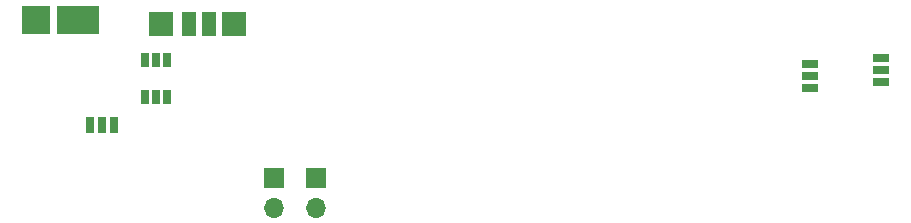
<source format=gbr>
%TF.GenerationSoftware,KiCad,Pcbnew,(7.0.0)*%
%TF.CreationDate,2023-05-05T15:28:03+08:00*%
%TF.ProjectId,opsx_x,6f707378-5f78-42e6-9b69-6361645f7063,2*%
%TF.SameCoordinates,PX18392c0PY51a2700*%
%TF.FileFunction,Soldermask,Bot*%
%TF.FilePolarity,Negative*%
%FSLAX46Y46*%
G04 Gerber Fmt 4.6, Leading zero omitted, Abs format (unit mm)*
G04 Created by KiCad (PCBNEW (7.0.0)) date 2023-05-05 15:28:03*
%MOMM*%
%LPD*%
G01*
G04 APERTURE LIST*
G04 Aperture macros list*
%AMRoundRect*
0 Rectangle with rounded corners*
0 $1 Rounding radius*
0 $2 $3 $4 $5 $6 $7 $8 $9 X,Y pos of 4 corners*
0 Add a 4 corners polygon primitive as box body*
4,1,4,$2,$3,$4,$5,$6,$7,$8,$9,$2,$3,0*
0 Add four circle primitives for the rounded corners*
1,1,$1+$1,$2,$3*
1,1,$1+$1,$4,$5*
1,1,$1+$1,$6,$7*
1,1,$1+$1,$8,$9*
0 Add four rect primitives between the rounded corners*
20,1,$1+$1,$2,$3,$4,$5,0*
20,1,$1+$1,$4,$5,$6,$7,0*
20,1,$1+$1,$6,$7,$8,$9,0*
20,1,$1+$1,$8,$9,$2,$3,0*%
G04 Aperture macros list end*
%ADD10R,0.700000X1.300000*%
%ADD11RoundRect,0.050800X-0.975000X-0.975000X0.975000X-0.975000X0.975000X0.975000X-0.975000X0.975000X0*%
%ADD12RoundRect,0.050800X-0.525000X-0.975000X0.525000X-0.975000X0.525000X0.975000X-0.525000X0.975000X0*%
%ADD13RoundRect,0.050800X1.750000X-1.155000X1.750000X1.155000X-1.750000X1.155000X-1.750000X-1.155000X0*%
%ADD14RoundRect,0.050800X-1.155000X-1.155000X1.155000X-1.155000X1.155000X1.155000X-1.155000X1.155000X0*%
%ADD15R,1.700000X1.700000*%
%ADD16O,1.700000X1.700000*%
%ADD17RoundRect,0.050800X0.635000X-0.317500X0.635000X0.317500X-0.635000X0.317500X-0.635000X-0.317500X0*%
%ADD18RoundRect,0.050800X-0.317500X-0.635000X0.317500X-0.635000X0.317500X0.635000X-0.317500X0.635000X0*%
G04 APERTURE END LIST*
D10*
%TO.C,U4*%
X17199999Y18249999D03*
X16249999Y18249999D03*
X15299999Y18249999D03*
X15299999Y21349999D03*
X16249999Y21349999D03*
X17199999Y21349999D03*
%TD*%
D11*
%TO.C,sx1*%
X22832200Y24439200D03*
D12*
X19047600Y24439200D03*
X20698600Y24464600D03*
D13*
X9624200Y24769400D03*
D14*
X6083594Y24798572D03*
D11*
X16685400Y24426500D03*
%TD*%
D15*
%TO.C,J1*%
X29799999Y11424999D03*
D16*
X29799999Y8884999D03*
%TD*%
D15*
%TO.C,J3*%
X26199999Y11424999D03*
D16*
X26199999Y8884999D03*
%TD*%
D17*
%TO.C,Z3*%
X71628000Y19052000D03*
X71628000Y20068000D03*
X71628000Y21084000D03*
%TD*%
%TO.C,Z2*%
X77650800Y19534800D03*
X77650800Y20550800D03*
X77650800Y21566800D03*
%TD*%
D18*
%TO.C,Z1*%
X10668000Y15900000D03*
X11684000Y15900000D03*
X12700000Y15900000D03*
%TD*%
M02*

</source>
